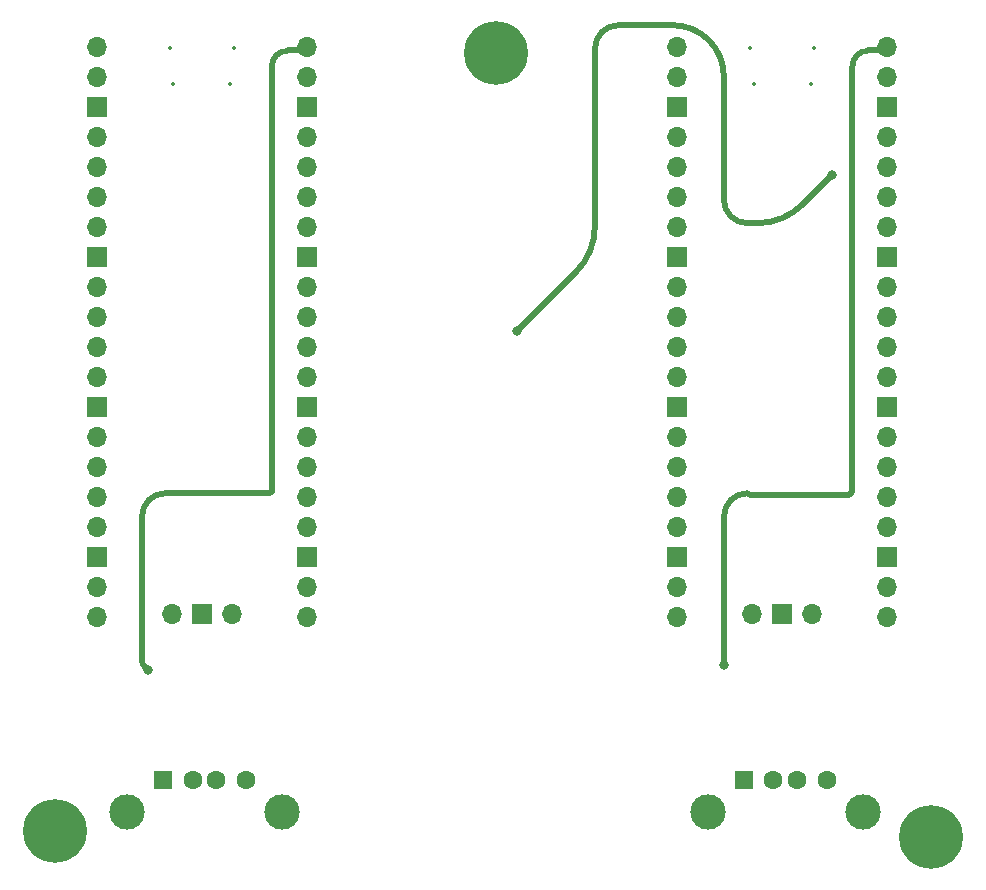
<source format=gbl>
%TF.GenerationSoftware,KiCad,Pcbnew,8.0.4*%
%TF.CreationDate,2024-10-03T12:24:39+05:30*%
%TF.ProjectId,DeskHop_Rev1,4465736b-486f-4705-9f52-6576312e6b69,rev?*%
%TF.SameCoordinates,Original*%
%TF.FileFunction,Copper,L2,Bot*%
%TF.FilePolarity,Positive*%
%FSLAX46Y46*%
G04 Gerber Fmt 4.6, Leading zero omitted, Abs format (unit mm)*
G04 Created by KiCad (PCBNEW 8.0.4) date 2024-10-03 12:24:39*
%MOMM*%
%LPD*%
G01*
G04 APERTURE LIST*
%TA.AperFunction,ComponentPad*%
%ADD10C,3.100000*%
%TD*%
%TA.AperFunction,ConnectorPad*%
%ADD11C,5.400000*%
%TD*%
%TA.AperFunction,ComponentPad*%
%ADD12O,1.700000X1.700000*%
%TD*%
%TA.AperFunction,ComponentPad*%
%ADD13R,1.700000X1.700000*%
%TD*%
%TA.AperFunction,ComponentPad*%
%ADD14R,1.600000X1.500000*%
%TD*%
%TA.AperFunction,ComponentPad*%
%ADD15C,1.600000*%
%TD*%
%TA.AperFunction,ComponentPad*%
%ADD16C,3.000000*%
%TD*%
%TA.AperFunction,ViaPad*%
%ADD17C,0.800000*%
%TD*%
%TA.AperFunction,Conductor*%
%ADD18C,0.500000*%
%TD*%
%ADD19C,0.350000*%
G04 APERTURE END LIST*
D10*
%TO.P,H3,1,1*%
%TO.N,GND2*%
X177759000Y-113331033D03*
D11*
X177759000Y-113331033D03*
%TD*%
D12*
%TO.P,U6,1,GPIO0*%
%TO.N,unconnected-(U6-GPIO0-Pad1)*%
X156274721Y-46426033D03*
%TO.P,U6,2,GPIO1*%
%TO.N,unconnected-(U6-GPIO1-Pad2)*%
X156274721Y-48966033D03*
D13*
%TO.P,U6,3,GPIO2*%
%TO.N,unconnected-(U6-GPIO2-Pad3)*%
X156274721Y-51506033D03*
D12*
%TO.P,U6,4,GPIO3*%
%TO.N,unconnected-(U6-GPIO3-Pad4)*%
X156274721Y-54046033D03*
%TO.P,U6,5,GPIO4*%
%TO.N,unconnected-(U6-GPIO4-Pad5)*%
X156274721Y-56586033D03*
%TO.P,U6,6,GND*%
%TO.N,GND2*%
X156274721Y-59126033D03*
%TO.P,U6,7,GPIO5*%
%TO.N,unconnected-(U6-GPIO5-Pad7)*%
X156274721Y-61666033D03*
D13*
%TO.P,U6,8,GPIO6*%
%TO.N,unconnected-(U6-GPIO6-Pad8)*%
X156274721Y-64206033D03*
D12*
%TO.P,U6,9,GPIO7*%
%TO.N,unconnected-(U6-GPIO7-Pad9)*%
X156274721Y-66746033D03*
%TO.P,U6,10,GPIO8*%
%TO.N,unconnected-(U6-GPIO8-Pad10)*%
X156274721Y-69286033D03*
%TO.P,U6,11,GPIO9*%
%TO.N,unconnected-(U6-GPIO9-Pad11)*%
X156274721Y-71826033D03*
%TO.P,U6,12,GPIO10*%
%TO.N,unconnected-(U6-GPIO10-Pad12)*%
X156274721Y-74366033D03*
D13*
%TO.P,U6,13,GPIO11*%
%TO.N,UART A TX*%
X156274721Y-76906033D03*
D12*
%TO.P,U6,14,GPIO12*%
%TO.N,UART A RX*%
X156274721Y-79446033D03*
%TO.P,U6,15,GND*%
%TO.N,GND2*%
X156274721Y-81986033D03*
%TO.P,U6,16,GPIO13*%
%TO.N,unconnected-(U6-GPIO13-Pad16)*%
X156274721Y-84526033D03*
%TO.P,U6,17,GPIO14*%
%TO.N,unconnected-(U6-GPIO14-Pad17)*%
X156274721Y-87066033D03*
D13*
%TO.P,U6,18,GPIO15*%
%TO.N,unconnected-(U6-GPIO15-Pad18)*%
X156274721Y-89606033D03*
D12*
%TO.P,U6,19,GPIO16*%
%TO.N,/AD+*%
X156274721Y-92146033D03*
%TO.P,U6,20,GPIO17*%
%TO.N,/AD-*%
X156274721Y-94686033D03*
%TO.P,U6,21,GPIO18*%
%TO.N,unconnected-(U6-GPIO18-Pad21)*%
X174054721Y-94686033D03*
%TO.P,U6,22,GPIO19*%
%TO.N,unconnected-(U6-GPIO19-Pad22)*%
X174054721Y-92146033D03*
D13*
%TO.P,U6,23,GPIO20*%
%TO.N,unconnected-(U6-GPIO20-Pad23)*%
X174054721Y-89606033D03*
D12*
%TO.P,U6,24,GPIO21*%
%TO.N,unconnected-(U6-GPIO21-Pad24)*%
X174054721Y-87066033D03*
%TO.P,U6,25,GPIO22*%
%TO.N,unconnected-(U6-GPIO22-Pad25)*%
X174054721Y-84526033D03*
%TO.P,U6,26,GPIO23*%
%TO.N,unconnected-(U6-GPIO23-Pad26)*%
X174054721Y-81986033D03*
%TO.P,U6,27,GPIO24*%
%TO.N,unconnected-(U6-GPIO24-Pad27)*%
X174054721Y-79446033D03*
D13*
%TO.P,U6,28,GPIO25*%
%TO.N,unconnected-(U6-GPIO25-Pad28)*%
X174054721Y-76906033D03*
D12*
%TO.P,U6,29,AGND*%
%TO.N,unconnected-(U6-AGND-Pad29)*%
X174054721Y-74366033D03*
%TO.P,U6,30,GPIO26*%
%TO.N,unconnected-(U6-GPIO26-Pad30)*%
X174054721Y-71826033D03*
%TO.P,U6,31,GPIO27_ADC1*%
%TO.N,unconnected-(U6-GPIO27_ADC1-Pad31)*%
X174054721Y-69286033D03*
%TO.P,U6,32,GPIO28_ADC2*%
%TO.N,unconnected-(U6-GPIO28_ADC2-Pad32)*%
X174054721Y-66746033D03*
D13*
%TO.P,U6,33,GPIO29_ADC3*%
%TO.N,unconnected-(U6-GPIO29_ADC3-Pad33)*%
X174054721Y-64206033D03*
D12*
%TO.P,U6,34,RUN*%
%TO.N,unconnected-(U6-RUN-Pad34)*%
X174054721Y-61666033D03*
%TO.P,U6,35,GND*%
%TO.N,GND2*%
X174054721Y-59126033D03*
%TO.P,U6,36,3V3*%
%TO.N,Net-(U4-VDD2)*%
X174054721Y-56586033D03*
%TO.P,U6,37,3V3_EN*%
%TO.N,unconnected-(U6-3V3_EN-Pad37)*%
X174054721Y-54046033D03*
D13*
%TO.P,U6,38,GND*%
%TO.N,GND2*%
X174054721Y-51506033D03*
D12*
%TO.P,U6,39,VSYS*%
%TO.N,unconnected-(U6-VSYS-Pad39)*%
X174054721Y-48966033D03*
%TO.P,U6,40,VBUS*%
%TO.N,VBUS1*%
X174054721Y-46426033D03*
%TO.P,U6,41,SWCLK*%
%TO.N,unconnected-(U6-SWCLK-Pad41)*%
X162624721Y-94456033D03*
D13*
%TO.P,U6,42,GND*%
%TO.N,unconnected-(U6-GND-Pad42)*%
X165164721Y-94456033D03*
D12*
%TO.P,U6,43,SWDIO*%
%TO.N,unconnected-(U6-SWDIO-Pad43)*%
X167704721Y-94456033D03*
%TD*%
%TO.P,U2,43,SWDIO*%
%TO.N,unconnected-(U2-SWDIO-Pad43)*%
X118547747Y-94456033D03*
D13*
%TO.P,U2,42,GND*%
%TO.N,unconnected-(U2-GND-Pad42)*%
X116007747Y-94456033D03*
D12*
%TO.P,U2,41,SWCLK*%
%TO.N,unconnected-(U2-SWCLK-Pad41)*%
X113467747Y-94456033D03*
%TO.P,U2,40,VBUS*%
%TO.N,VBUS2*%
X124897747Y-46426033D03*
%TO.P,U2,39,VSYS*%
%TO.N,unconnected-(U2-VSYS-Pad39)*%
X124897747Y-48966033D03*
D13*
%TO.P,U2,38,GND*%
%TO.N,unconnected-(U2-GND-Pad38)*%
X124897747Y-51506033D03*
D12*
%TO.P,U2,37,3V3_EN*%
%TO.N,unconnected-(U2-3V3_EN-Pad37)*%
X124897747Y-54046033D03*
%TO.P,U2,36,3V3*%
%TO.N,3V3*%
X124897747Y-56586033D03*
%TO.P,U2,35,GND*%
%TO.N,unconnected-(U2-GND-Pad35)*%
X124897747Y-59126033D03*
%TO.P,U2,34,RUN*%
%TO.N,unconnected-(U2-RUN-Pad34)*%
X124897747Y-61666033D03*
D13*
%TO.P,U2,33,GPIO29_ADC3*%
%TO.N,unconnected-(U2-GPIO29_ADC3-Pad33)*%
X124897747Y-64206033D03*
D12*
%TO.P,U2,32,GPIO28_ADC2*%
%TO.N,unconnected-(U2-GPIO28_ADC2-Pad32)*%
X124897747Y-66746033D03*
%TO.P,U2,31,GPIO27_ADC1*%
%TO.N,unconnected-(U2-GPIO27_ADC1-Pad31)*%
X124897747Y-69286033D03*
%TO.P,U2,30,GPIO26*%
%TO.N,unconnected-(U2-GPIO26-Pad30)*%
X124897747Y-71826033D03*
%TO.P,U2,29,AGND*%
%TO.N,unconnected-(U2-AGND-Pad29)*%
X124897747Y-74366033D03*
D13*
%TO.P,U2,28,GPIO25*%
%TO.N,unconnected-(U2-GPIO25-Pad28)*%
X124897747Y-76906033D03*
D12*
%TO.P,U2,27,GPIO24*%
%TO.N,UART B RX*%
X124897747Y-79446033D03*
%TO.P,U2,26,GPIO23*%
%TO.N,UART B TX*%
X124897747Y-81986033D03*
%TO.P,U2,25,GPIO22*%
%TO.N,unconnected-(U2-GPIO22-Pad25)*%
X124897747Y-84526033D03*
%TO.P,U2,24,GPIO21*%
%TO.N,unconnected-(U2-GPIO21-Pad24)*%
X124897747Y-87066033D03*
D13*
%TO.P,U2,23,GPIO20*%
%TO.N,unconnected-(U2-GPIO20-Pad23)*%
X124897747Y-89606033D03*
D12*
%TO.P,U2,22,GPIO19*%
%TO.N,unconnected-(U2-GPIO19-Pad22)*%
X124897747Y-92146033D03*
%TO.P,U2,21,GPIO18*%
%TO.N,unconnected-(U2-GPIO18-Pad21)*%
X124897747Y-94686033D03*
%TO.P,U2,20,GPIO17*%
%TO.N,Net-(U2-GPIO17)*%
X107117747Y-94686033D03*
%TO.P,U2,19,GPIO16*%
%TO.N,Net-(U2-GPIO16)*%
X107117747Y-92146033D03*
D13*
%TO.P,U2,18,GPIO15*%
%TO.N,unconnected-(U2-GPIO15-Pad18)*%
X107117747Y-89606033D03*
D12*
%TO.P,U2,17,GPIO14*%
%TO.N,unconnected-(U2-GPIO14-Pad17)*%
X107117747Y-87066033D03*
%TO.P,U2,16,GPIO13*%
%TO.N,unconnected-(U2-GPIO13-Pad16)*%
X107117747Y-84526033D03*
%TO.P,U2,15,GND*%
%TO.N,GND1*%
X107117747Y-81986033D03*
%TO.P,U2,14,GPIO12*%
%TO.N,unconnected-(U2-GPIO12-Pad14)*%
X107117747Y-79446033D03*
D13*
%TO.P,U2,13,GPIO11*%
%TO.N,unconnected-(U2-GPIO11-Pad13)*%
X107117747Y-76906033D03*
D12*
%TO.P,U2,12,GPIO10*%
%TO.N,unconnected-(U2-GPIO10-Pad12)*%
X107117747Y-74366033D03*
%TO.P,U2,11,GPIO9*%
%TO.N,unconnected-(U2-GPIO9-Pad11)*%
X107117747Y-71826033D03*
%TO.P,U2,10,GPIO8*%
%TO.N,unconnected-(U2-GPIO8-Pad10)*%
X107117747Y-69286033D03*
%TO.P,U2,9,GPIO7*%
%TO.N,unconnected-(U2-GPIO7-Pad9)*%
X107117747Y-66746033D03*
D13*
%TO.P,U2,8,GPIO6*%
%TO.N,unconnected-(U2-GPIO6-Pad8)*%
X107117747Y-64206033D03*
D12*
%TO.P,U2,7,GPIO5*%
%TO.N,unconnected-(U2-GPIO5-Pad7)*%
X107117747Y-61666033D03*
%TO.P,U2,6,GND*%
%TO.N,GND1*%
X107117747Y-59126033D03*
%TO.P,U2,5,GPIO4*%
%TO.N,unconnected-(U2-GPIO4-Pad5)*%
X107117747Y-56586033D03*
%TO.P,U2,4,GPIO3*%
%TO.N,unconnected-(U2-GPIO3-Pad4)*%
X107117747Y-54046033D03*
D13*
%TO.P,U2,3,GPIO2*%
%TO.N,unconnected-(U2-GPIO2-Pad3)*%
X107117747Y-51506033D03*
D12*
%TO.P,U2,2,GPIO1*%
%TO.N,unconnected-(U2-GPIO1-Pad2)*%
X107117747Y-48966033D03*
%TO.P,U2,1,GPIO0*%
%TO.N,unconnected-(U2-GPIO0-Pad1)*%
X107117747Y-46426033D03*
%TD*%
D14*
%TO.P,J1,1,VBUS*%
%TO.N,VBUS1*%
X161915974Y-108494033D03*
D15*
%TO.P,J1,2,D-*%
%TO.N,OA-*%
X164415974Y-108494033D03*
%TO.P,J1,3,D+*%
%TO.N,OA+*%
X166415974Y-108494033D03*
%TO.P,J1,4,GND*%
%TO.N,GND2*%
X168915974Y-108494033D03*
D16*
%TO.P,J1,5,Shield*%
X158845974Y-111204033D03*
X171985974Y-111204033D03*
%TD*%
D10*
%TO.P,H1,1,1*%
%TO.N,GND2*%
X140909000Y-46981033D03*
D11*
X140909000Y-46981033D03*
%TD*%
D16*
%TO.P,J4,5,Shield*%
%TO.N,GND1*%
X122829000Y-111204033D03*
X109689000Y-111204033D03*
D15*
%TO.P,J4,4,GND*%
X119759000Y-108494033D03*
%TO.P,J4,3,D+*%
%TO.N,OB+*%
X117259000Y-108494033D03*
%TO.P,J4,2,D-*%
%TO.N,OB-*%
X115259000Y-108494033D03*
D14*
%TO.P,J4,1,VBUS*%
%TO.N,VBUS2*%
X112759000Y-108494033D03*
%TD*%
D10*
%TO.P,H2,1,1*%
%TO.N,GND1*%
X103619000Y-112851033D03*
D11*
X103619000Y-112851033D03*
%TD*%
D17*
%TO.N,Net-(U4-VDD2)*%
X169361000Y-57303033D03*
X142691000Y-70511033D03*
%TO.N,VBUS2*%
X111449000Y-99213033D03*
%TO.N,VBUS1*%
X160249000Y-98788080D03*
%TD*%
D18*
%TO.N,Net-(U4-VDD2)*%
X149295000Y-61653069D02*
X149295000Y-46603031D01*
X169361000Y-57303033D02*
X166890792Y-59773240D01*
X160217000Y-59367034D02*
X160217000Y-48939084D01*
X142691000Y-70511033D02*
X147701207Y-65500825D01*
X151294998Y-44603033D02*
X155880948Y-44603033D01*
X163043036Y-61367033D02*
X162216998Y-61367033D01*
X151294998Y-44603033D02*
G75*
G03*
X149295033Y-46603031I2J-1999967D01*
G01*
X160217000Y-59367034D02*
G75*
G03*
X162216998Y-61367000I2000000J34D01*
G01*
X155880948Y-44603033D02*
G75*
G02*
X158946979Y-45873054I-48J-4336067D01*
G01*
X149295000Y-61653069D02*
G75*
G02*
X147701233Y-65500851I-5441600J-31D01*
G01*
X158947000Y-45873033D02*
G75*
G02*
X160216997Y-48939084I-3066100J-3066067D01*
G01*
X163043036Y-61367033D02*
G75*
G03*
X166890771Y-59773219I-36J5441533D01*
G01*
%TO.N,VBUS2*%
X110941000Y-86227031D02*
X110941000Y-98345822D01*
X111195000Y-98959033D02*
X111449000Y-99213033D01*
X121895373Y-84164844D02*
X121893721Y-84164844D01*
X123305016Y-46746000D02*
X124442782Y-46746000D01*
X112940998Y-84227033D02*
X121743583Y-84227033D01*
X121941000Y-48110016D02*
X121941000Y-84119217D01*
X124829016Y-46586016D02*
X124989000Y-46426033D01*
X121895373Y-84164844D02*
G75*
G03*
X121941044Y-84119217I27J45644D01*
G01*
X110941000Y-86227031D02*
G75*
G02*
X112940998Y-84227000I2000000J31D01*
G01*
X111195000Y-98959033D02*
G75*
G02*
X110940981Y-98345822I613200J613233D01*
G01*
X121818652Y-84195938D02*
G75*
G02*
X121743583Y-84227030I-75052J75038D01*
G01*
X124829016Y-46586016D02*
G75*
G02*
X124442782Y-46745992I-386216J386216D01*
G01*
X123305016Y-46746000D02*
G75*
G03*
X121941000Y-48110016I-16J-1364000D01*
G01*
X121818652Y-84195938D02*
G75*
G02*
X121893721Y-84164856I75048J-75062D01*
G01*
%TO.N,VBUS1*%
X173599756Y-46746000D02*
X172461990Y-46746000D01*
X171097974Y-48110016D02*
X171097974Y-84148642D01*
X160217000Y-98756080D02*
X160217000Y-86227031D01*
X160249000Y-98788080D02*
X160217000Y-98756080D01*
X162410998Y-84421033D02*
X170825583Y-84421033D01*
X162216998Y-84227033D02*
X162410998Y-84421033D01*
X174145974Y-46426033D02*
X173985990Y-46586016D01*
X171019583Y-84227033D02*
X170825583Y-84421033D01*
X171097974Y-84148642D02*
X170825583Y-84421033D01*
X172461990Y-46746000D02*
G75*
G03*
X171098000Y-48110016I10J-1364000D01*
G01*
X173985990Y-46586016D02*
G75*
G02*
X173599756Y-46745974I-386190J386216D01*
G01*
X160217000Y-86227031D02*
G75*
G02*
X162216998Y-84227000I2000000J31D01*
G01*
%TD*%
D19*
X169361000Y-57303033D03*
X142691000Y-70511033D03*
X111449000Y-99213033D03*
X160249000Y-98788080D03*
X177759000Y-113331033D03*
X162439721Y-46556033D03*
X162739721Y-49586033D03*
X167589721Y-49586033D03*
X167889721Y-46556033D03*
X156274721Y-46426033D03*
X156274721Y-48966033D03*
X156274721Y-51506033D03*
X156274721Y-54046033D03*
X156274721Y-56586033D03*
X156274721Y-59126033D03*
X156274721Y-61666033D03*
X156274721Y-64206033D03*
X156274721Y-66746033D03*
X156274721Y-69286033D03*
X156274721Y-71826033D03*
X156274721Y-74366033D03*
X156274721Y-76906033D03*
X156274721Y-79446033D03*
X156274721Y-81986033D03*
X156274721Y-84526033D03*
X156274721Y-87066033D03*
X156274721Y-89606033D03*
X156274721Y-92146033D03*
X156274721Y-94686033D03*
X174054721Y-94686033D03*
X174054721Y-92146033D03*
X174054721Y-89606033D03*
X174054721Y-87066033D03*
X174054721Y-84526033D03*
X174054721Y-81986033D03*
X174054721Y-79446033D03*
X174054721Y-76906033D03*
X174054721Y-74366033D03*
X174054721Y-71826033D03*
X174054721Y-69286033D03*
X174054721Y-66746033D03*
X174054721Y-64206033D03*
X174054721Y-61666033D03*
X174054721Y-59126033D03*
X174054721Y-56586033D03*
X174054721Y-54046033D03*
X174054721Y-51506033D03*
X174054721Y-48966033D03*
X174054721Y-46426033D03*
X162624721Y-94456033D03*
X165164721Y-94456033D03*
X167704721Y-94456033D03*
X118547747Y-94456033D03*
X116007747Y-94456033D03*
X113467747Y-94456033D03*
X124897747Y-46426033D03*
X124897747Y-48966033D03*
X124897747Y-51506033D03*
X124897747Y-54046033D03*
X124897747Y-56586033D03*
X124897747Y-59126033D03*
X124897747Y-61666033D03*
X124897747Y-64206033D03*
X124897747Y-66746033D03*
X124897747Y-69286033D03*
X124897747Y-71826033D03*
X124897747Y-74366033D03*
X124897747Y-76906033D03*
X124897747Y-79446033D03*
X124897747Y-81986033D03*
X124897747Y-84526033D03*
X124897747Y-87066033D03*
X124897747Y-89606033D03*
X124897747Y-92146033D03*
X124897747Y-94686033D03*
X107117747Y-94686033D03*
X107117747Y-92146033D03*
X107117747Y-89606033D03*
X107117747Y-87066033D03*
X107117747Y-84526033D03*
X107117747Y-81986033D03*
X107117747Y-79446033D03*
X107117747Y-76906033D03*
X107117747Y-74366033D03*
X107117747Y-71826033D03*
X107117747Y-69286033D03*
X107117747Y-66746033D03*
X107117747Y-64206033D03*
X107117747Y-61666033D03*
X107117747Y-59126033D03*
X107117747Y-56586033D03*
X107117747Y-54046033D03*
X107117747Y-51506033D03*
X107117747Y-48966033D03*
X107117747Y-46426033D03*
X118732747Y-46556033D03*
X118432747Y-49586033D03*
X113582747Y-49586033D03*
X113282747Y-46556033D03*
X161915974Y-108494033D03*
X164415974Y-108494033D03*
X166415974Y-108494033D03*
X168915974Y-108494033D03*
X158845974Y-111204033D03*
X171985974Y-111204033D03*
X140909000Y-46981033D03*
X122829000Y-111204033D03*
X109689000Y-111204033D03*
X119759000Y-108494033D03*
X117259000Y-108494033D03*
X115259000Y-108494033D03*
X112759000Y-108494033D03*
X103619000Y-112851033D03*
M02*

</source>
